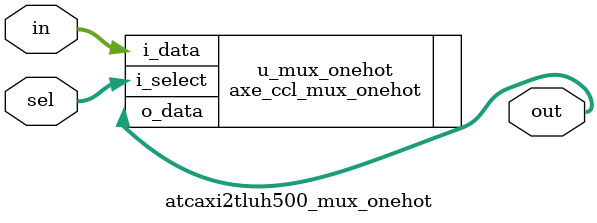
<source format=sv>

module atcaxi2tluh500_mux_onehot (
  out,
  sel,
  in
);
  parameter N = 2;
  parameter W = 8;

  output [W - 1:0] out;
  input [N - 1:0] sel;
  input [(N * W) - 1:0] in;

  axe_ccl_mux_onehot #(
    .DataWidth(W),
    .NumInputs(N)
  ) u_mux_onehot (
    .i_data(in),
    .i_select(sel),
    .o_data(out)
  );

endmodule

</source>
